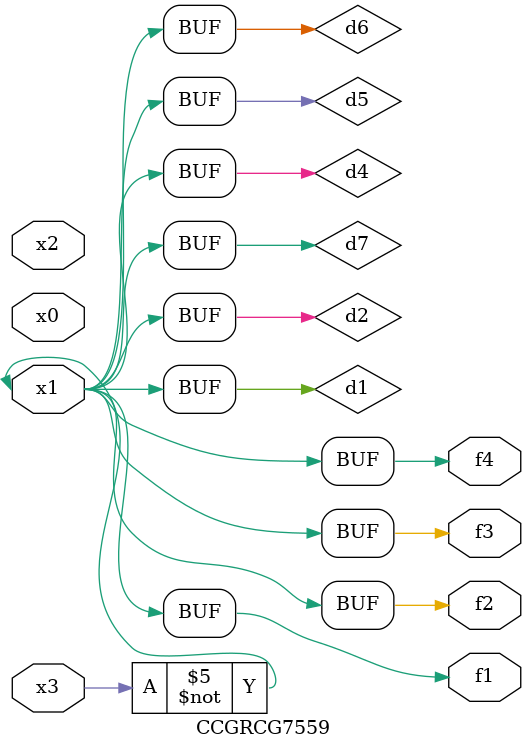
<source format=v>
module CCGRCG7559(
	input x0, x1, x2, x3,
	output f1, f2, f3, f4
);

	wire d1, d2, d3, d4, d5, d6, d7;

	not (d1, x3);
	buf (d2, x1);
	xnor (d3, d1, d2);
	nor (d4, d1);
	buf (d5, d1, d2);
	buf (d6, d4, d5);
	nand (d7, d4);
	assign f1 = d6;
	assign f2 = d7;
	assign f3 = d6;
	assign f4 = d6;
endmodule

</source>
